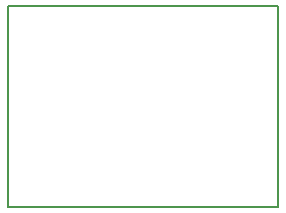
<source format=gko>
G04 DipTrace 2.4.0.2*
%INBoardOutline.gko*%
%MOIN*%
%ADD11C,0.006*%
%FSLAX44Y44*%
G04*
G70*
G90*
G75*
G01*
%LNBoardOutline*%
%LPD*%
X3942Y10642D2*
D11*
X3940Y3945D1*
X12955Y3940D1*
X12959Y10641D1*
X4004D1*
X3942Y10642D1*
M02*

</source>
